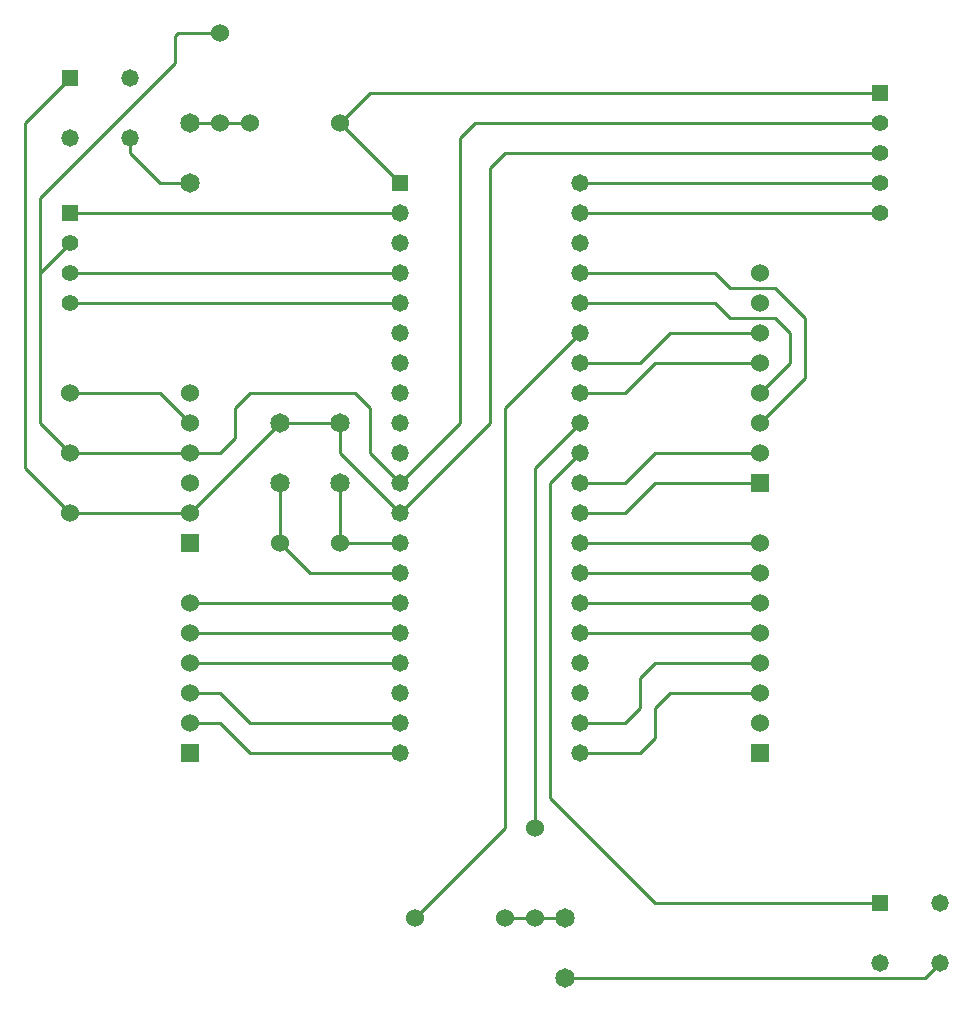
<source format=gbl>
G04 ================== begin FILE IDENTIFICATION RECORD ==================*
G04 Layout Name:  C:/Projects/Board1-ili9481/board_v4.brd*
G04 Film Name:    BOTTOM*
G04 File Format:  Gerber RS274X*
G04 File Origin:  Cadence Allegro 17.2-P019*
G04 Origin Date:  Thu Oct 18 14:56:56 2018*
G04 *
G04 Layer:  ETCH/BOTTOM*
G04 Layer:  PIN/BOTTOM*
G04 Layer:  VIA CLASS/BOTTOM*
G04 *
G04 Offset:    (0.000 0.000)*
G04 Mirror:    No*
G04 Mode:      Positive*
G04 Rotation:  0*
G04 FullContactRelief:  No*
G04 UndefLineWidth:     2.000*
G04 ================== end FILE IDENTIFICATION RECORD ====================*
%FSLAX25Y25*MOMM*%
%IR0*IPPOS*OFA0.00000B0.00000*MIA0B0*SFA1.00000B1.00000*%
%ADD10C,1.524*%
%ADD16C,1.651*%
%ADD13C,1.473*%
%ADD15R,1.524X1.524*%
%ADD11C,1.397*%
%ADD14R,1.473X1.473*%
%ADD12R,1.397X1.397*%
%ADD17C,.254*%
G75*
%LPD*%
G75*
G54D10*
X1016000Y5080000D03*
Y5588000D03*
Y6096000D03*
X2032000Y3556000D03*
Y3302000D03*
Y4318000D03*
Y4064000D03*
Y3810000D03*
Y5080000D03*
Y5842000D03*
Y5588000D03*
Y5334000D03*
Y6096000D03*
X2794000Y4826000D03*
X2540000Y8382000D03*
X2286000D03*
Y9144000D03*
X3302000Y4826000D03*
Y8382000D03*
X3937000Y1651000D03*
X4953000D03*
X4699000D03*
X4953000Y2413000D03*
X6858000Y3302000D03*
Y3556000D03*
Y4318000D03*
Y4064000D03*
Y3810000D03*
Y4826000D03*
Y4572000D03*
Y5588000D03*
Y5842000D03*
Y6604000D03*
Y6350000D03*
Y6096000D03*
Y7112000D03*
Y6858000D03*
G54D11*
X1016000Y7366000D03*
Y7112000D03*
Y6858000D03*
X7874000Y8128000D03*
Y7874000D03*
Y7620000D03*
Y8382000D03*
G54D12*
X1016000Y7620000D03*
X7874000Y8636000D03*
G54D13*
X1016000Y8255000D03*
X1524000D03*
Y8763000D03*
X3810000Y3556000D03*
Y3302000D03*
Y3048000D03*
Y4318000D03*
Y4064000D03*
Y3810000D03*
Y5080000D03*
Y4826000D03*
Y4572000D03*
Y5842000D03*
Y5588000D03*
Y5334000D03*
Y6604000D03*
Y6350000D03*
Y6096000D03*
Y7366000D03*
Y7112000D03*
Y6858000D03*
Y7620000D03*
X5334000Y3048000D03*
Y3302000D03*
Y3556000D03*
Y3810000D03*
Y4064000D03*
Y4318000D03*
Y4572000D03*
Y4826000D03*
Y5080000D03*
Y5334000D03*
Y5588000D03*
Y5842000D03*
Y6096000D03*
Y6350000D03*
Y6604000D03*
Y6858000D03*
Y7112000D03*
Y7366000D03*
Y7620000D03*
Y7874000D03*
X7874000Y1270000D03*
X8382000D03*
Y1778000D03*
G54D14*
X1016000Y8763000D03*
X3810000Y7874000D03*
X7874000Y1778000D03*
G54D15*
X2032000Y3048000D03*
Y4826000D03*
X6858000Y3048000D03*
Y5334000D03*
G54D16*
X2032000Y7874000D03*
Y8382000D03*
X2794000Y5334000D03*
Y5842000D03*
X3302000Y5334000D03*
Y5842000D03*
X5207000Y1143000D03*
Y1651000D03*
G54D17*
G01X1016000Y5080000D02*
X2032000D01*
G01X1016000Y8763000D02*
X635000Y8382000D01*
Y5461000D01*
X1016000Y5080000D01*
G01Y5588000D02*
X2032000D01*
G01X762000Y7112000D02*
Y5842000D01*
X1016000Y5588000D01*
G01X2032000Y5842000D02*
X1778000Y6096000D01*
X1016000D01*
G01Y7112000D02*
X3810000D01*
G01X1016000Y7366000D02*
X762000Y7112000D01*
G01X2286000Y9144000D02*
X1930400D01*
X1905000Y9118600D01*
Y8890000D01*
X762000Y7747000D01*
Y7112000D01*
G01X1016000Y6858000D02*
X3810000D01*
G01X1016000Y7620000D02*
X3810000D01*
G01Y3302000D02*
X2540000D01*
X2286000Y3556000D01*
X2032000D01*
G01X3810000Y3048000D02*
X2540000D01*
X2286000Y3302000D01*
X2032000D01*
G01Y4318000D02*
X3810000D01*
G01X2032000Y3810000D02*
X3810000D01*
G01Y4064000D02*
X2032000D01*
G01X2794000Y5842000D02*
X2032000Y5080000D01*
G01X3810000Y5334000D02*
X3556000Y5588000D01*
Y5969000D01*
X3429000Y6096000D01*
X2540000D01*
X2413000Y5969000D01*
Y5715000D01*
X2286000Y5588000D01*
X2032000D01*
G01X1524000Y8255000D02*
Y8128000D01*
X1778000Y7874000D01*
X2032000D01*
G01Y8382000D02*
X2286000D01*
G01X3810000Y4572000D02*
X3048000D01*
X2794000Y4826000D01*
G01Y5334000D02*
Y4826000D01*
G01X3302000Y5842000D02*
X2794000D01*
G01X2286000Y8382000D02*
X2540000D01*
G01X3302000Y4826000D02*
X3810000D01*
G01X3302000Y5334000D02*
Y4826000D01*
G01Y5842000D02*
Y5588000D01*
X3810000Y5080000D01*
G01Y7874000D02*
X3302000Y8382000D01*
G01X7874000Y8636000D02*
X3556000D01*
X3302000Y8382000D01*
G01X5334000Y6604000D02*
X4699000Y5969000D01*
Y2413000D01*
X3937000Y1651000D01*
G01X7874000Y8128000D02*
X4699000D01*
X4572000Y8001000D01*
Y5842000D01*
X3810000Y5080000D01*
G01X7874000Y8382000D02*
X4445000D01*
X4318000Y8255000D01*
Y5842000D01*
X3810000Y5334000D01*
G01X4699000Y1651000D02*
X4953000D01*
G01D02*
X5207000D01*
G01X5334000Y5842000D02*
X4953000Y5461000D01*
Y2413000D01*
G01X7874000Y1778000D02*
X5969000D01*
X5080000Y2667000D01*
Y5334000D01*
X5334000Y5588000D01*
G01X8382000Y1270000D02*
X8255000Y1143000D01*
X5207000D01*
G01X6858000Y3810000D02*
X5969000D01*
X5842000Y3683000D01*
Y3429000D01*
X5715000Y3302000D01*
X5334000D01*
G01X6858000Y3556000D02*
X6096000D01*
X5969000Y3429000D01*
Y3175000D01*
X5842000Y3048000D01*
X5334000D01*
G01X6858000Y4064000D02*
X5334000D01*
G01Y4318000D02*
X6858000D01*
G01Y4572000D02*
X5334000D01*
G01X6858000Y5334000D02*
X5969000D01*
X5715000Y5080000D01*
X5334000D01*
G01Y4826000D02*
X6858000D01*
G01Y5588000D02*
X5969000D01*
X5715000Y5334000D01*
X5334000D01*
G01X6858000Y6350000D02*
X5969000D01*
X5715000Y6096000D01*
X5334000D01*
G01X6858000Y6604000D02*
X6096000D01*
X5842000Y6350000D01*
X5334000D01*
G01X6858000Y5842000D02*
X7239000Y6223000D01*
Y6731000D01*
X6985000Y6985000D01*
X6604000D01*
X6477000Y7112000D01*
X5334000D01*
G01X6858000Y6096000D02*
X7112000Y6350000D01*
Y6604000D01*
X6985000Y6731000D01*
X6604000D01*
X6477000Y6858000D01*
X5334000D01*
G01Y7874000D02*
X7874000D01*
G01X5334000Y7620000D02*
X7874000D01*
M02*

</source>
